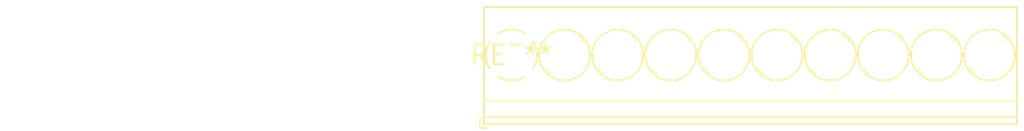
<source format=kicad_pcb>
(kicad_pcb (version 20240108) (generator pcbnew)
  (layers (0 "F.Cu" signal) (31 "B.Cu" signal) (34 "B.Paste" user) (35 "F.Paste" user) (36 "B.SilkS" user "B.Silkscreen") (37 "F.SilkS" user "F.Silkscreen") (38 "B.Mask" user) (39 "F.Mask" user) (44 "Edge.Cuts" user))
  (net 0 "")
  (footprint "TerminalBlock_Phoenix_PT-1,5-10-3.5-H_1x10_P3.50mm_Horizontal" (layer "F.Cu") (at 0 0)
    (property "Reference" "REF**")
    (property "Value" "TerminalBlock_Phoenix_PT-1,5-10-3.5-H_1x10_P3.50mm_Horizontal")
    (fp_line (start -2.05 4.16) (end -2.05 4.8) (layer "F.SilkS") (stroke (width 0.12)))
    (fp_line (start -2.05 4.8) (end -1.65 4.8) (layer "F.SilkS") (stroke (width 0.12)))
    (fp_line (start -1.81 -3.16) (end -1.81 4.56) (layer "F.SilkS") (stroke (width 0.12)))
    (fp_line (start -1.81 -3.16) (end 33.31 -3.16) (layer "F.SilkS") (stroke (width 0.12)))
    (fp_line (start -1.81 3) (end 33.31 3) (layer "F.SilkS") (stroke (width 0.12)))
    (fp_line (start -1.81 4.1) (end 33.31 4.1) (layer "F.SilkS") (stroke (width 0.12)))
    (fp_line (start -1.81 4.56) (end 33.31 4.56) (layer "F.SilkS") (stroke (width 0.12)))
    (fp_line (start 2.355 0.941) (end 2.226 1.069) (layer "F.SilkS") (stroke (width 0.12)))
    (fp_line (start 2.525 1.181) (end 2.431 1.274) (layer "F.SilkS") (stroke (width 0.12)))
    (fp_line (start 4.57 -1.275) (end 4.476 -1.181) (layer "F.SilkS") (stroke (width 0.12)))
    (fp_line (start 4.775 -1.069) (end 4.646 -0.941) (layer "F.SilkS") (stroke (width 0.12)))
    (fp_line (start 5.855 0.941) (end 5.726 1.069) (layer "F.SilkS") (stroke (width 0.12)))
    (fp_line (start 6.025 1.181) (end 5.931 1.274) (layer "F.SilkS") (stroke (width 0.12)))
    (fp_line (start 8.07 -1.275) (end 7.976 -1.181) (layer "F.SilkS") (stroke (width 0.12)))
    (fp_line (start 8.275 -1.069) (end 8.146 -0.941) (layer "F.SilkS") (stroke (width 0.12)))
    (fp_line (start 9.355 0.941) (end 9.226 1.069) (layer "F.SilkS") (stroke (width 0.12)))
    (fp_line (start 9.525 1.181) (end 9.431 1.274) (layer "F.SilkS") (stroke (width 0.12)))
    (fp_line (start 11.57 -1.275) (end 11.476 -1.181) (layer "F.SilkS") (stroke (width 0.12)))
    (fp_line (start 11.775 -1.069) (end 11.646 -0.941) (layer "F.SilkS") (stroke (width 0.12)))
    (fp_line (start 12.855 0.941) (end 12.726 1.069) (layer "F.SilkS") (stroke (width 0.12)))
    (fp_line (start 13.025 1.181) (end 12.931 1.274) (layer "F.SilkS") (stroke (width 0.12)))
    (fp_line (start 15.07 -1.275) (end 14.976 -1.181) (layer "F.SilkS") (stroke (width 0.12)))
    (fp_line (start 15.275 -1.069) (end 15.146 -0.941) (layer "F.SilkS") (stroke (width 0.12)))
    (fp_line (start 16.355 0.941) (end 16.226 1.069) (layer "F.SilkS") (stroke (width 0.12)))
    (fp_line (start 16.525 1.181) (end 16.431 1.274) (layer "F.SilkS") (stroke (width 0.12)))
    (fp_line (start 18.57 -1.275) (end 18.476 -1.181) (layer "F.SilkS") (stroke (width 0.12)))
    (fp_line (start 18.775 -1.069) (end 18.646 -0.941) (layer "F.SilkS") (stroke (width 0.12)))
    (fp_line (start 19.855 0.941) (end 19.726 1.069) (layer "F.SilkS") (stroke (width 0.12)))
    (fp_line (start 20.025 1.181) (end 19.931 1.274) (layer "F.SilkS") (stroke (width 0.12)))
    (fp_line (start 22.07 -1.275) (end 21.976 -1.181) (layer "F.SilkS") (stroke (width 0.12)))
    (fp_line (start 22.275 -1.069) (end 22.146 -0.941) (layer "F.SilkS") (stroke (width 0.12)))
    (fp_line (start 23.355 0.941) (end 23.226 1.069) (layer "F.SilkS") (stroke (width 0.12)))
    (fp_line (start 23.525 1.181) (end 23.431 1.274) (layer "F.SilkS") (stroke (width 0.12)))
    (fp_line (start 25.57 -1.275) (end 25.476 -1.181) (layer "F.SilkS") (stroke (width 0.12)))
    (fp_line (start 25.775 -1.069) (end 25.646 -0.941) (layer "F.SilkS") (stroke (width 0.12)))
    (fp_line (start 26.855 0.941) (end 26.726 1.069) (layer "F.SilkS") (stroke (width 0.12)))
    (fp_line (start 27.025 1.181) (end 26.931 1.274) (layer "F.SilkS") (stroke (width 0.12)))
    (fp_line (start 29.07 -1.275) (end 28.976 -1.181) (layer "F.SilkS") (stroke (width 0.12)))
    (fp_line (start 29.275 -1.069) (end 29.146 -0.941) (layer "F.SilkS") (stroke (width 0.12)))
    (fp_line (start 30.355 0.941) (end 30.226 1.069) (layer "F.SilkS") (stroke (width 0.12)))
    (fp_line (start 30.525 1.181) (end 30.431 1.274) (layer "F.SilkS") (stroke (width 0.12)))
    (fp_line (start 32.57 -1.275) (end 32.476 -1.181) (layer "F.SilkS") (stroke (width 0.12)))
    (fp_line (start 32.775 -1.069) (end 32.646 -0.941) (layer "F.SilkS") (stroke (width 0.12)))
    (fp_line (start 33.31 -3.16) (end 33.31 4.56) (layer "F.SilkS") (stroke (width 0.12)))
    (fp_arc (start -1.425358 0.889894) (mid -1.680286 0.014012) (end -1.44 -0.866) (layer "F.SilkS") (stroke (width 0.12)))
    (fp_arc (start -0.889894 -1.425358) (mid -0.014012 -1.680286) (end 0.866 -1.44) (layer "F.SilkS") (stroke (width 0.12)))
    (fp_arc (start 0.028674 1.680099) (mid -0.435535 1.622918) (end -0.866 1.44) (layer "F.SilkS") (stroke (width 0.12)))
    (fp_arc (start 0.890264 1.424721) (mid 0.463071 1.61492) (end 0 1.68) (layer "F.SilkS") (stroke (width 0.12)))
    (fp_arc (start 1.425504 -0.890193) (mid 1.680626 0.000476) (end 1.425 0.891) (layer "F.SilkS") (stroke (width 0.12)))
    (fp_circle (center 3.5 0) (end 5.18 0) (layer "F.SilkS") (stroke (width 0.12)) (fill none))
    (fp_circle (center 7 0) (end 8.68 0) (layer "F.SilkS") (stroke (width 0.12)) (fill none))
    (fp_circle (center 10.5 0) (end 12.18 0) (layer "F.SilkS") (stroke (width 0.12)) (fill none))
    (fp_circle (center 14 0) (end 15.68 0) (layer "F.SilkS") (stroke (width 0.12)) (fill none))
    (fp_circle (center 17.5 0) (end 19.18 0) (layer "F.SilkS") (stroke (width 0.12)) (fill none))
    (fp_circle (center 21 0) (end 22.68 0) (layer "F.SilkS") (stroke (width 0.12)) (fill none))
    (fp_circle (center 24.5 0) (end 26.18 0) (layer "F.SilkS") (stroke (width 0.12)) (fill none))
    (fp_circle (center 28 0) (end 29.68 0) (layer "F.SilkS") (stroke (width 0.12)) (fill none))
    (fp_circle (center 31.5 0) (end 33.18 0) (layer "F.SilkS") (stroke (width 0.12)) (fill none))
    (pad "1" thru_hole rect (at 0 0) (size 2.4 2.4) (drill 1.2) (layers *.Cu *.Mask) (remove_unused_layers))
    (pad "2" thru_hole circle (at 3.5 0) (size 2.4 2.4) (drill 1.2) (layers *.Cu *.Mask) (remove_unused_layers))
    (pad "3" thru_hole circle (at 7 0) (size 2.4 2.4) (drill 1.2) (layers *.Cu *.Mask) (remove_unused_layers))
    (pad "4" thru_hole circle (at 10.5 0) (size 2.4 2.4) (drill 1.2) (layers *.Cu *.Mask) (remove_unused_layers))
    (pad "5" thru_hole circle (at 14 0) (size 2.4 2.4) (drill 1.2) (layers *.Cu *.Mask) (remove_unused_layers))
    (pad "6" thru_hole circle (at 17.5 0) (size 2.4 2.4) (drill 1.2) (layers *.Cu *.Mask) (remove_unused_layers))
    (pad "7" thru_hole circle (at 21 0) (size 2.4 2.4) (drill 1.2) (layers *.Cu *.Mask) (remove_unused_layers))
    (pad "8" thru_hole circle (at 24.5 0) (size 2.4 2.4) (drill 1.2) (layers *.Cu *.Mask) (remove_unused_layers))
    (pad "9" thru_hole circle (at 28 0) (size 2.4 2.4) (drill 1.2) (layers *.Cu *.Mask) (remove_unused_layers))
    (pad "10" thru_hole circle (at 31.5 0) (size 2.4 2.4) (drill 1.2) (layers *.Cu *.Mask) (remove_unused_layers))
  )
)
</source>
